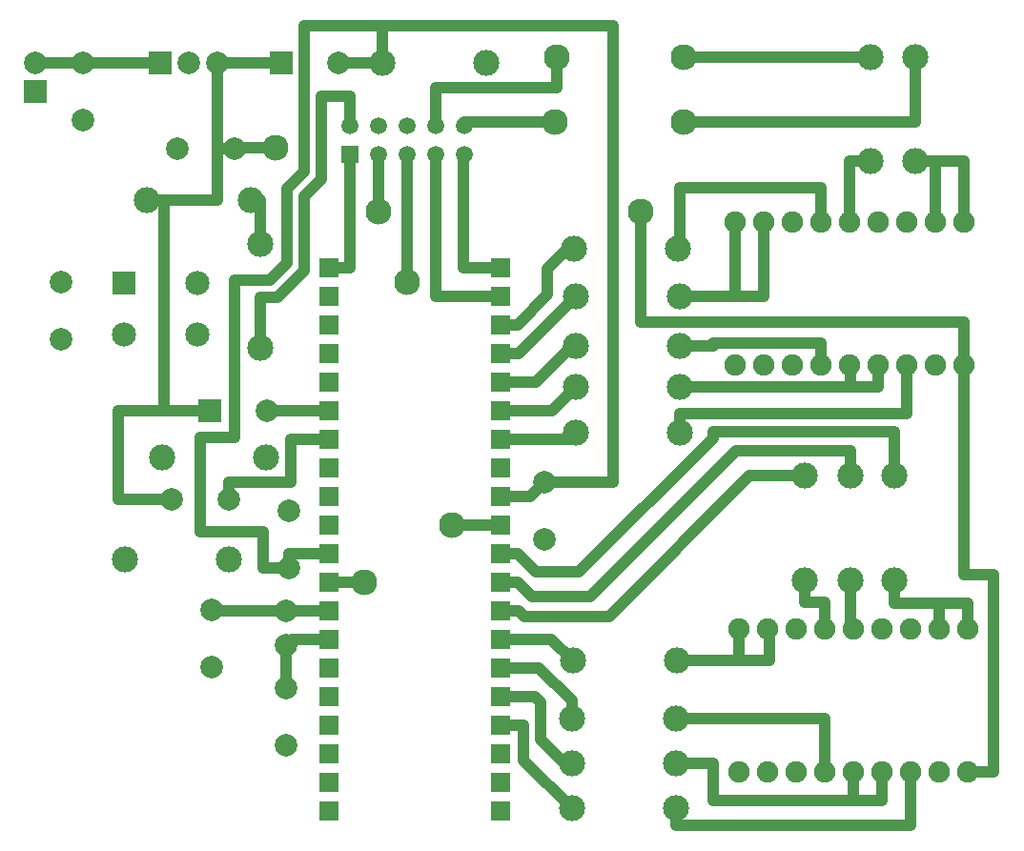
<source format=gbr>
%TF.GenerationSoftware,Altium Limited,Altium Designer,18.1.7 (191)*%
G04 Layer_Physical_Order=2*
G04 Layer_Color=16711680*
%FSLAX26Y26*%
%MOIN*%
%TF.FileFunction,Copper,L2,Bot,Signal*%
%TF.Part,Single*%
G01*
G75*
%TA.AperFunction,Conductor*%
%ADD10C,0.039370*%
%TA.AperFunction,ComponentPad*%
%ADD11C,0.078740*%
%ADD12R,0.082680X0.082680*%
%ADD13C,0.091000*%
%ADD14R,0.069000X0.069000*%
%ADD15C,0.074800*%
%ADD16R,0.078740X0.078740*%
%ADD17C,0.059055*%
%ADD18R,0.059055X0.059055*%
%ADD19C,0.084650*%
%ADD20R,0.084650X0.084650*%
%ADD21R,0.078740X0.078740*%
%TA.AperFunction,ViaPad*%
%ADD22C,0.090550*%
D10*
X1605000Y1165000D02*
X1775000D01*
X1175000Y965000D02*
X1300000D01*
X3410000Y300000D02*
X3500000D01*
Y990000D01*
X3394870D02*
X3500000D01*
X3394870D02*
Y1724961D01*
X2387733Y115000D02*
X3210130D01*
Y300039D01*
X2387733Y115000D02*
Y173659D01*
Y331351D02*
X2520000D01*
Y200000D02*
Y331351D01*
X2910130Y300039D02*
Y489044D01*
X2387733D02*
X2910130D01*
X3110000Y200000D02*
Y300000D01*
X3110130D01*
X3010130Y200000D02*
X3110000D01*
X3010130D02*
Y300039D01*
X2520000Y200000D02*
X3010130D01*
X2715000Y690000D02*
Y800000D01*
X2710000D02*
X2715000D01*
X2610130Y690000D02*
X2715000D01*
X2610130D02*
Y800040D01*
X2392000Y690000D02*
X2610130D01*
X1855630Y341762D02*
X2023733Y173659D01*
X1855630Y341762D02*
Y464370D01*
X1855000Y465000D02*
X1855630Y464370D01*
X1775000Y465000D02*
X1855000D01*
X1998649Y331351D02*
X2023733D01*
X1915000Y415000D02*
X1998649Y331351D01*
X1915000Y415000D02*
Y545000D01*
X1895000Y565000D02*
X1915000Y545000D01*
X1775000Y565000D02*
X1895000D01*
X2023733Y489044D02*
Y551267D01*
X1910000Y665000D02*
X2023733Y551267D01*
X1775000Y665000D02*
X1910000D01*
X1953000Y765000D02*
X2028000Y690000D01*
X1775000Y765000D02*
X1953000D01*
X3410130Y800000D02*
Y890000D01*
X3310000D02*
X3410130D01*
X3310000Y800000D02*
Y890000D01*
X3151952D02*
X3310000D01*
X3151952D02*
Y972267D01*
X2997121Y800040D02*
Y972267D01*
Y800040D02*
X3010130D01*
X2910000D02*
Y895000D01*
X2839428D02*
X2910000D01*
X2839428D02*
Y972267D01*
X935000Y1783000D02*
Y1960630D01*
X994592D01*
X1089370Y2055408D01*
Y2314370D01*
X1035000Y1065000D02*
X1175000D01*
X1030000Y2340000D02*
X1090000Y2400000D01*
X1030000Y2080000D02*
Y2340000D01*
X970000Y2020000D02*
X1030000Y2080000D01*
X845000Y2485000D02*
X990000D01*
X598000Y2299624D02*
Y2300000D01*
X440000Y1255000D02*
Y1565000D01*
X760000D01*
X845000Y2020000D02*
X970000D01*
X845000Y1470000D02*
Y2020000D01*
X725000Y1470000D02*
X845000D01*
X935000Y2147000D02*
Y2300000D01*
X538000D02*
X598000D01*
X902000D02*
X935000D01*
X1089370Y2314370D02*
X1149370Y2374370D01*
Y2665000D01*
X1250000D01*
Y2560000D02*
Y2665000D01*
X1090000Y2400000D02*
Y2910000D01*
X1363000D01*
Y2780000D02*
Y2910000D01*
X1025000Y866024D02*
X1175000D01*
X765000Y866968D02*
X765945Y866024D01*
X1025000D01*
Y595000D02*
Y743976D01*
X1046024Y765000D02*
X1175000D01*
X1025000Y743976D02*
X1046024Y765000D01*
X1175000Y865000D02*
Y866024D01*
X725000Y1140000D02*
X945000D01*
Y1013277D02*
X1035000D01*
X945000D02*
Y1140000D01*
X1035000Y1013277D02*
Y1065000D01*
X1042185Y1465000D02*
X1175000D01*
X1042185Y1314815D02*
Y1465000D01*
X825000Y1314815D02*
X1042185D01*
X825000Y1255000D02*
Y1314815D01*
X960000Y1565000D02*
X1175000D01*
X2008000Y2130000D02*
X2033000D01*
X1940000Y2062000D02*
X2008000Y2130000D01*
X2645000Y1336267D02*
X2839428D01*
X2153733Y845000D02*
X2645000Y1336267D01*
X1860000Y845000D02*
X2153733D01*
X1840000Y865000D02*
X1860000Y845000D01*
X1775000Y865000D02*
X1840000D01*
X2997121Y1336267D02*
Y1425000D01*
X2599870D02*
X2997121D01*
X2089870Y915000D02*
X2599870Y1425000D01*
X1885000Y915000D02*
X2089870D01*
X1835000Y965000D02*
X1885000Y915000D01*
X1775000Y965000D02*
X1835000D01*
X2517785Y1467785D02*
Y1490000D01*
X2050000Y1000000D02*
X2517785Y1467785D01*
X1900000Y1000000D02*
X2050000D01*
X2517785Y1490000D02*
X3151952D01*
Y1336267D02*
Y1490000D01*
X1835000Y1065000D02*
X1900000Y1000000D01*
X1775000Y1065000D02*
X1835000D01*
X3395000Y2224961D02*
Y2438000D01*
X3294870D02*
X3395000D01*
X3294870Y2224961D02*
Y2438000D01*
X3225000D02*
X3294870D01*
X2995000Y2225001D02*
Y2438000D01*
X3067308D01*
X1972183Y2695000D02*
Y2802000D01*
X1812185Y2695000D02*
X1972183D01*
X2415000Y2802000D02*
X3067308D01*
X1650000Y2575000D02*
X1965000D01*
X3225000D02*
Y2802000D01*
X2415000Y2575000D02*
X3225000D01*
X1650000Y2560000D02*
Y2575000D01*
X1812185Y2694815D02*
Y2695000D01*
X1550000Y2694815D02*
X1812185D01*
X1550000Y2560000D02*
Y2694815D01*
X2170000Y1315399D02*
Y2910000D01*
X1363000D02*
X2170000D01*
X1930000Y1315399D02*
X2170000D01*
X2265000Y1875185D02*
X2487185D01*
X2265000D02*
Y2260000D01*
X3195000Y1555000D02*
Y1725000D01*
X2402000Y1555000D02*
X3195000D01*
X2402000Y1488846D02*
Y1555000D01*
X3000000Y1646538D02*
Y1725000D01*
X3095000Y1646538D02*
Y1724961D01*
X3000000Y1646538D02*
X3095000D01*
X2995000Y1725000D02*
X3000000D01*
X2402000Y1646538D02*
X3000000D01*
X2895000Y1725000D02*
Y1802085D01*
X2517785D02*
X2895000D01*
X2517785Y1790000D02*
Y1802085D01*
X2402000Y1790000D02*
X2517785D01*
X3394870Y1724961D02*
Y1875000D01*
X2487185D02*
X3394870D01*
X2487185D02*
Y1875185D01*
X2023769Y1790000D02*
X2038000D01*
X1898769Y1665000D02*
X2023769Y1790000D01*
X2694870Y1965000D02*
Y2224961D01*
X2595000Y1965000D02*
X2694870D01*
X2595000D02*
Y2225001D01*
X2402000Y1965000D02*
X2595000D01*
X2894870Y2225001D02*
Y2345000D01*
X2402000D02*
X2894870D01*
X2402000Y2160000D02*
Y2345000D01*
X1940000Y1970000D02*
Y2062000D01*
X1835000Y1865000D02*
X1940000Y1970000D01*
X1775000Y1865000D02*
X1835000D01*
X1838000Y1765000D02*
X2038000Y1965000D01*
X1775000Y1765000D02*
X1838000D01*
X1775000Y1665000D02*
X1898769D01*
X1956462Y1565000D02*
X2038000Y1646538D01*
X1775000Y1565000D02*
X1956462D01*
X2014154Y1465000D02*
X2038000Y1488846D01*
X1775000Y1465000D02*
X2014154D01*
X1645040Y2065000D02*
Y2460000D01*
Y2065000D02*
X1775000D01*
X1550000Y1965000D02*
Y2460000D01*
Y1965000D02*
X1775000D01*
X1645040Y2460000D02*
X1650000D01*
X1450000Y2015000D02*
Y2460000D01*
X1175000Y2065000D02*
X1250000D01*
Y2460000D01*
X1350000Y2260000D02*
Y2460000D01*
X845000Y2480000D02*
Y2485000D01*
X598000Y2299624D02*
X785000D01*
X598000Y1570000D02*
Y2299624D01*
X725000Y1140000D02*
Y1470000D01*
X1171553Y1061553D02*
X1175000Y1065000D01*
X1775000Y1265000D02*
X1879601D01*
X1930000Y1315399D01*
X825000Y1045000D02*
X827000D01*
X440000Y1255000D02*
X625000D01*
X785000Y2299624D02*
Y2480000D01*
X1210000Y2780000D02*
X1363000D01*
X785000D02*
X1010000D01*
X785000Y2480000D02*
X845000D01*
X785000D02*
Y2780000D01*
X315000D02*
X585000D01*
X150000D02*
X315000D01*
D11*
X785000D02*
D03*
X685000D02*
D03*
X1035000Y1213276D02*
D03*
Y1013277D02*
D03*
X1025000Y743976D02*
D03*
Y866024D02*
D03*
X1930000Y1115399D02*
D03*
Y1315399D02*
D03*
X845000Y2480000D02*
D03*
X645000D02*
D03*
X315000Y2780000D02*
D03*
Y2580000D02*
D03*
X240000Y1815000D02*
D03*
Y2015000D02*
D03*
X150000Y2780000D02*
D03*
X765000Y666968D02*
D03*
Y866968D02*
D03*
X1025000Y395000D02*
D03*
Y595000D02*
D03*
X1210000Y2780000D02*
D03*
X960000Y1565000D02*
D03*
X625000Y1255000D02*
D03*
X825000D02*
D03*
D12*
X585000Y2780000D02*
D03*
D13*
X902000Y2300000D02*
D03*
X538000D02*
D03*
X3225000Y2438000D02*
D03*
Y2802000D02*
D03*
X3067308Y2438000D02*
D03*
Y2802000D02*
D03*
X2397000Y2130000D02*
D03*
X2033000D02*
D03*
X2402000Y1965000D02*
D03*
X2038000D02*
D03*
X2402000Y1790000D02*
D03*
X2038000D02*
D03*
X2402000Y1646538D02*
D03*
X2038000D02*
D03*
X2402000Y1488846D02*
D03*
X2038000D02*
D03*
X3151952Y972267D02*
D03*
Y1336267D02*
D03*
X935000Y1783000D02*
D03*
Y2147000D02*
D03*
X2997121Y972267D02*
D03*
Y1336267D02*
D03*
X2839428Y972267D02*
D03*
Y1336267D02*
D03*
X2392000Y690000D02*
D03*
X2028000D02*
D03*
X2387733Y489044D02*
D03*
X2023733D02*
D03*
X2387733Y331351D02*
D03*
X2023733D02*
D03*
X2387733Y173659D02*
D03*
X2023733D02*
D03*
X1727000Y2780000D02*
D03*
X1363000D02*
D03*
X593000Y1400000D02*
D03*
X957000D02*
D03*
X463000Y1045000D02*
D03*
X827000D02*
D03*
D14*
X1175000Y2065000D02*
D03*
Y1965000D02*
D03*
Y1865000D02*
D03*
Y1765000D02*
D03*
Y1665000D02*
D03*
Y1565000D02*
D03*
Y1465000D02*
D03*
Y1365000D02*
D03*
Y1265000D02*
D03*
Y1165000D02*
D03*
Y1065000D02*
D03*
Y965000D02*
D03*
Y865000D02*
D03*
Y765000D02*
D03*
Y665000D02*
D03*
Y565000D02*
D03*
Y465000D02*
D03*
Y365000D02*
D03*
Y265000D02*
D03*
Y165000D02*
D03*
X1775000Y2065000D02*
D03*
Y1965000D02*
D03*
Y1865000D02*
D03*
Y1765000D02*
D03*
Y1665000D02*
D03*
Y1565000D02*
D03*
Y1465000D02*
D03*
Y1365000D02*
D03*
Y1265000D02*
D03*
Y1165000D02*
D03*
Y1065000D02*
D03*
Y965000D02*
D03*
Y865000D02*
D03*
Y765000D02*
D03*
Y665000D02*
D03*
Y565000D02*
D03*
Y465000D02*
D03*
Y365000D02*
D03*
Y265000D02*
D03*
Y165000D02*
D03*
D15*
X2610130Y800040D02*
D03*
X2710000Y800000D02*
D03*
X2810130D02*
D03*
X2910000Y800040D02*
D03*
X3010130D02*
D03*
X3110130D02*
D03*
X3210130D02*
D03*
X3310000Y800000D02*
D03*
X3410130D02*
D03*
X3410000Y300000D02*
D03*
X3310130Y300039D02*
D03*
X3210130D02*
D03*
X3110130Y300000D02*
D03*
X3010130Y300039D02*
D03*
X2910130D02*
D03*
X2810130D02*
D03*
X2710000D02*
D03*
X2610000D02*
D03*
X2595000Y2225001D02*
D03*
X2694870Y2224961D02*
D03*
X2795000D02*
D03*
X2894870Y2225001D02*
D03*
X2995000D02*
D03*
X3095000D02*
D03*
X3195000D02*
D03*
X3294870Y2224961D02*
D03*
X3395000D02*
D03*
X3394870Y1724961D02*
D03*
X3295000Y1725000D02*
D03*
X3195000D02*
D03*
X3095000Y1724961D02*
D03*
X2995000Y1725000D02*
D03*
X2895000D02*
D03*
X2795000D02*
D03*
X2694870D02*
D03*
X2594870D02*
D03*
D16*
X150000Y2680000D02*
D03*
D17*
X1650000Y2560000D02*
D03*
Y2460000D02*
D03*
X1550000Y2560000D02*
D03*
Y2460000D02*
D03*
X1450000Y2560000D02*
D03*
Y2460000D02*
D03*
X1350000Y2560000D02*
D03*
Y2460000D02*
D03*
X1250000Y2560000D02*
D03*
D18*
Y2460000D02*
D03*
D19*
X715000Y2010000D02*
D03*
Y1832000D02*
D03*
X459000D02*
D03*
D20*
Y2010000D02*
D03*
D21*
X1010000Y2780000D02*
D03*
X760000Y1565000D02*
D03*
D22*
X1605000Y1165000D02*
D03*
X1300000Y965000D02*
D03*
X990000Y2485000D02*
D03*
X1972183Y2802000D02*
D03*
X2415000D02*
D03*
Y2575000D02*
D03*
X1965000D02*
D03*
X2265000Y2260000D02*
D03*
X1450000Y2015000D02*
D03*
X1350000Y2260000D02*
D03*
%TF.MD5,3439b687705d25fb8c6f24719ecbf6c2*%
M02*

</source>
